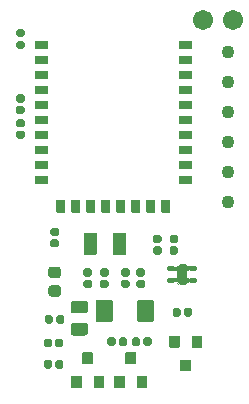
<source format=gbr>
G04 #@! TF.GenerationSoftware,KiCad,Pcbnew,(5.1.10)-1*
G04 #@! TF.CreationDate,2021-05-26T14:01:48+03:00*
G04 #@! TF.ProjectId,parasite,70617261-7369-4746-952e-6b696361645f,1.0.0*
G04 #@! TF.SameCoordinates,Original*
G04 #@! TF.FileFunction,Soldermask,Top*
G04 #@! TF.FilePolarity,Negative*
%FSLAX46Y46*%
G04 Gerber Fmt 4.6, Leading zero omitted, Abs format (unit mm)*
G04 Created by KiCad (PCBNEW (5.1.10)-1) date 2021-05-26 14:01:48*
%MOMM*%
%LPD*%
G01*
G04 APERTURE LIST*
%ADD10C,1.702000*%
%ADD11C,1.102000*%
%ADD12C,0.100000*%
G04 APERTURE END LIST*
D10*
X74560000Y-29050000D03*
X77100000Y-29050000D03*
G36*
G01*
X59310500Y-30471000D02*
X58889500Y-30471000D01*
G75*
G02*
X58729000Y-30310500I0J160500D01*
G01*
X58729000Y-29989500D01*
G75*
G02*
X58889500Y-29829000I160500J0D01*
G01*
X59310500Y-29829000D01*
G75*
G02*
X59471000Y-29989500I0J-160500D01*
G01*
X59471000Y-30310500D01*
G75*
G02*
X59310500Y-30471000I-160500J0D01*
G01*
G37*
G36*
G01*
X59310500Y-31491000D02*
X58889500Y-31491000D01*
G75*
G02*
X58729000Y-31330500I0J160500D01*
G01*
X58729000Y-31009500D01*
G75*
G02*
X58889500Y-30849000I160500J0D01*
G01*
X59310500Y-30849000D01*
G75*
G02*
X59471000Y-31009500I0J-160500D01*
G01*
X59471000Y-31330500D01*
G75*
G02*
X59310500Y-31491000I-160500J0D01*
G01*
G37*
G36*
G01*
X58902000Y-38424000D02*
X59298000Y-38424000D01*
G75*
G02*
X59471000Y-38597000I0J-173000D01*
G01*
X59471000Y-38943000D01*
G75*
G02*
X59298000Y-39116000I-173000J0D01*
G01*
X58902000Y-39116000D01*
G75*
G02*
X58729000Y-38943000I0J173000D01*
G01*
X58729000Y-38597000D01*
G75*
G02*
X58902000Y-38424000I173000J0D01*
G01*
G37*
G36*
G01*
X58902000Y-37454000D02*
X59298000Y-37454000D01*
G75*
G02*
X59471000Y-37627000I0J-173000D01*
G01*
X59471000Y-37973000D01*
G75*
G02*
X59298000Y-38146000I-173000J0D01*
G01*
X58902000Y-38146000D01*
G75*
G02*
X58729000Y-37973000I0J173000D01*
G01*
X58729000Y-37627000D01*
G75*
G02*
X58902000Y-37454000I173000J0D01*
G01*
G37*
G36*
G01*
X58902000Y-36324000D02*
X59298000Y-36324000D01*
G75*
G02*
X59471000Y-36497000I0J-173000D01*
G01*
X59471000Y-36843000D01*
G75*
G02*
X59298000Y-37016000I-173000J0D01*
G01*
X58902000Y-37016000D01*
G75*
G02*
X58729000Y-36843000I0J173000D01*
G01*
X58729000Y-36497000D01*
G75*
G02*
X58902000Y-36324000I173000J0D01*
G01*
G37*
G36*
G01*
X58902000Y-35354000D02*
X59298000Y-35354000D01*
G75*
G02*
X59471000Y-35527000I0J-173000D01*
G01*
X59471000Y-35873000D01*
G75*
G02*
X59298000Y-36046000I-173000J0D01*
G01*
X58902000Y-36046000D01*
G75*
G02*
X58729000Y-35873000I0J173000D01*
G01*
X58729000Y-35527000D01*
G75*
G02*
X58902000Y-35354000I173000J0D01*
G01*
G37*
G36*
G01*
X73201000Y-49949500D02*
X73201000Y-51250500D01*
G75*
G02*
X73000500Y-51451000I-200500J0D01*
G01*
X72599500Y-51451000D01*
G75*
G02*
X72399000Y-51250500I0J200500D01*
G01*
X72399000Y-49949500D01*
G75*
G02*
X72599500Y-49749000I200500J0D01*
G01*
X73000500Y-49749000D01*
G75*
G02*
X73201000Y-49949500I0J-200500D01*
G01*
G37*
G36*
G01*
X72201000Y-50987000D02*
X72201000Y-51213000D01*
G75*
G02*
X72088000Y-51326000I-113000J0D01*
G01*
X71662000Y-51326000D01*
G75*
G02*
X71549000Y-51213000I0J113000D01*
G01*
X71549000Y-50987000D01*
G75*
G02*
X71662000Y-50874000I113000J0D01*
G01*
X72088000Y-50874000D01*
G75*
G02*
X72201000Y-50987000I0J-113000D01*
G01*
G37*
G36*
G01*
X72201000Y-49987000D02*
X72201000Y-50213000D01*
G75*
G02*
X72088000Y-50326000I-113000J0D01*
G01*
X71662000Y-50326000D01*
G75*
G02*
X71549000Y-50213000I0J113000D01*
G01*
X71549000Y-49987000D01*
G75*
G02*
X71662000Y-49874000I113000J0D01*
G01*
X72088000Y-49874000D01*
G75*
G02*
X72201000Y-49987000I0J-113000D01*
G01*
G37*
G36*
G01*
X74051000Y-49987000D02*
X74051000Y-50213000D01*
G75*
G02*
X73938000Y-50326000I-113000J0D01*
G01*
X73512000Y-50326000D01*
G75*
G02*
X73399000Y-50213000I0J113000D01*
G01*
X73399000Y-49987000D01*
G75*
G02*
X73512000Y-49874000I113000J0D01*
G01*
X73938000Y-49874000D01*
G75*
G02*
X74051000Y-49987000I0J-113000D01*
G01*
G37*
G36*
G01*
X74051000Y-50987000D02*
X74051000Y-51213000D01*
G75*
G02*
X73938000Y-51326000I-113000J0D01*
G01*
X73512000Y-51326000D01*
G75*
G02*
X73399000Y-51213000I0J113000D01*
G01*
X73399000Y-50987000D01*
G75*
G02*
X73512000Y-50874000I113000J0D01*
G01*
X73938000Y-50874000D01*
G75*
G02*
X74051000Y-50987000I0J-113000D01*
G01*
G37*
G36*
G01*
X61381001Y-42976000D02*
X60380999Y-42976000D01*
G75*
G02*
X60330000Y-42925001I0J50999D01*
G01*
X60330000Y-42274999D01*
G75*
G02*
X60380999Y-42224000I50999J0D01*
G01*
X61381001Y-42224000D01*
G75*
G02*
X61432000Y-42274999I0J-50999D01*
G01*
X61432000Y-42925001D01*
G75*
G02*
X61381001Y-42976000I-50999J0D01*
G01*
G37*
G36*
G01*
X61381001Y-41706000D02*
X60380999Y-41706000D01*
G75*
G02*
X60330000Y-41655001I0J50999D01*
G01*
X60330000Y-41004999D01*
G75*
G02*
X60380999Y-40954000I50999J0D01*
G01*
X61381001Y-40954000D01*
G75*
G02*
X61432000Y-41004999I0J-50999D01*
G01*
X61432000Y-41655001D01*
G75*
G02*
X61381001Y-41706000I-50999J0D01*
G01*
G37*
G36*
G01*
X61381001Y-40436000D02*
X60380999Y-40436000D01*
G75*
G02*
X60330000Y-40385001I0J50999D01*
G01*
X60330000Y-39734999D01*
G75*
G02*
X60380999Y-39684000I50999J0D01*
G01*
X61381001Y-39684000D01*
G75*
G02*
X61432000Y-39734999I0J-50999D01*
G01*
X61432000Y-40385001D01*
G75*
G02*
X61381001Y-40436000I-50999J0D01*
G01*
G37*
G36*
G01*
X61381001Y-39166000D02*
X60380999Y-39166000D01*
G75*
G02*
X60330000Y-39115001I0J50999D01*
G01*
X60330000Y-38464999D01*
G75*
G02*
X60380999Y-38414000I50999J0D01*
G01*
X61381001Y-38414000D01*
G75*
G02*
X61432000Y-38464999I0J-50999D01*
G01*
X61432000Y-39115001D01*
G75*
G02*
X61381001Y-39166000I-50999J0D01*
G01*
G37*
G36*
G01*
X61381001Y-37896000D02*
X60380999Y-37896000D01*
G75*
G02*
X60330000Y-37845001I0J50999D01*
G01*
X60330000Y-37194999D01*
G75*
G02*
X60380999Y-37144000I50999J0D01*
G01*
X61381001Y-37144000D01*
G75*
G02*
X61432000Y-37194999I0J-50999D01*
G01*
X61432000Y-37845001D01*
G75*
G02*
X61381001Y-37896000I-50999J0D01*
G01*
G37*
G36*
G01*
X61381001Y-36626000D02*
X60380999Y-36626000D01*
G75*
G02*
X60330000Y-36575001I0J50999D01*
G01*
X60330000Y-35924999D01*
G75*
G02*
X60380999Y-35874000I50999J0D01*
G01*
X61381001Y-35874000D01*
G75*
G02*
X61432000Y-35924999I0J-50999D01*
G01*
X61432000Y-36575001D01*
G75*
G02*
X61381001Y-36626000I-50999J0D01*
G01*
G37*
G36*
G01*
X61381001Y-35356000D02*
X60380999Y-35356000D01*
G75*
G02*
X60330000Y-35305001I0J50999D01*
G01*
X60330000Y-34654999D01*
G75*
G02*
X60380999Y-34604000I50999J0D01*
G01*
X61381001Y-34604000D01*
G75*
G02*
X61432000Y-34654999I0J-50999D01*
G01*
X61432000Y-35305001D01*
G75*
G02*
X61381001Y-35356000I-50999J0D01*
G01*
G37*
G36*
G01*
X61381001Y-34086000D02*
X60380999Y-34086000D01*
G75*
G02*
X60330000Y-34035001I0J50999D01*
G01*
X60330000Y-33384999D01*
G75*
G02*
X60380999Y-33334000I50999J0D01*
G01*
X61381001Y-33334000D01*
G75*
G02*
X61432000Y-33384999I0J-50999D01*
G01*
X61432000Y-34035001D01*
G75*
G02*
X61381001Y-34086000I-50999J0D01*
G01*
G37*
G36*
G01*
X61381001Y-32816000D02*
X60380999Y-32816000D01*
G75*
G02*
X60330000Y-32765001I0J50999D01*
G01*
X60330000Y-32114999D01*
G75*
G02*
X60380999Y-32064000I50999J0D01*
G01*
X61381001Y-32064000D01*
G75*
G02*
X61432000Y-32114999I0J-50999D01*
G01*
X61432000Y-32765001D01*
G75*
G02*
X61381001Y-32816000I-50999J0D01*
G01*
G37*
G36*
G01*
X61381001Y-31546000D02*
X60380999Y-31546000D01*
G75*
G02*
X60330000Y-31495001I0J50999D01*
G01*
X60330000Y-30844999D01*
G75*
G02*
X60380999Y-30794000I50999J0D01*
G01*
X61381001Y-30794000D01*
G75*
G02*
X61432000Y-30844999I0J-50999D01*
G01*
X61432000Y-31495001D01*
G75*
G02*
X61381001Y-31546000I-50999J0D01*
G01*
G37*
G36*
G01*
X73619001Y-39166000D02*
X72618999Y-39166000D01*
G75*
G02*
X72568000Y-39115001I0J50999D01*
G01*
X72568000Y-38464999D01*
G75*
G02*
X72618999Y-38414000I50999J0D01*
G01*
X73619001Y-38414000D01*
G75*
G02*
X73670000Y-38464999I0J-50999D01*
G01*
X73670000Y-39115001D01*
G75*
G02*
X73619001Y-39166000I-50999J0D01*
G01*
G37*
G36*
G01*
X73619001Y-31546000D02*
X72618999Y-31546000D01*
G75*
G02*
X72568000Y-31495001I0J50999D01*
G01*
X72568000Y-30844999D01*
G75*
G02*
X72618999Y-30794000I50999J0D01*
G01*
X73619001Y-30794000D01*
G75*
G02*
X73670000Y-30844999I0J-50999D01*
G01*
X73670000Y-31495001D01*
G75*
G02*
X73619001Y-31546000I-50999J0D01*
G01*
G37*
G36*
G01*
X73619001Y-37896000D02*
X72618999Y-37896000D01*
G75*
G02*
X72568000Y-37845001I0J50999D01*
G01*
X72568000Y-37194999D01*
G75*
G02*
X72618999Y-37144000I50999J0D01*
G01*
X73619001Y-37144000D01*
G75*
G02*
X73670000Y-37194999I0J-50999D01*
G01*
X73670000Y-37845001D01*
G75*
G02*
X73619001Y-37896000I-50999J0D01*
G01*
G37*
G36*
G01*
X73619001Y-32816000D02*
X72618999Y-32816000D01*
G75*
G02*
X72568000Y-32765001I0J50999D01*
G01*
X72568000Y-32114999D01*
G75*
G02*
X72618999Y-32064000I50999J0D01*
G01*
X73619001Y-32064000D01*
G75*
G02*
X73670000Y-32114999I0J-50999D01*
G01*
X73670000Y-32765001D01*
G75*
G02*
X73619001Y-32816000I-50999J0D01*
G01*
G37*
G36*
G01*
X73619001Y-34086000D02*
X72618999Y-34086000D01*
G75*
G02*
X72568000Y-34035001I0J50999D01*
G01*
X72568000Y-33384999D01*
G75*
G02*
X72618999Y-33334000I50999J0D01*
G01*
X73619001Y-33334000D01*
G75*
G02*
X73670000Y-33384999I0J-50999D01*
G01*
X73670000Y-34035001D01*
G75*
G02*
X73619001Y-34086000I-50999J0D01*
G01*
G37*
G36*
G01*
X73619001Y-35356000D02*
X72618999Y-35356000D01*
G75*
G02*
X72568000Y-35305001I0J50999D01*
G01*
X72568000Y-34654999D01*
G75*
G02*
X72618999Y-34604000I50999J0D01*
G01*
X73619001Y-34604000D01*
G75*
G02*
X73670000Y-34654999I0J-50999D01*
G01*
X73670000Y-35305001D01*
G75*
G02*
X73619001Y-35356000I-50999J0D01*
G01*
G37*
G36*
G01*
X73619001Y-40436000D02*
X72618999Y-40436000D01*
G75*
G02*
X72568000Y-40385001I0J50999D01*
G01*
X72568000Y-39734999D01*
G75*
G02*
X72618999Y-39684000I50999J0D01*
G01*
X73619001Y-39684000D01*
G75*
G02*
X73670000Y-39734999I0J-50999D01*
G01*
X73670000Y-40385001D01*
G75*
G02*
X73619001Y-40436000I-50999J0D01*
G01*
G37*
G36*
G01*
X73619001Y-36626000D02*
X72618999Y-36626000D01*
G75*
G02*
X72568000Y-36575001I0J50999D01*
G01*
X72568000Y-35924999D01*
G75*
G02*
X72618999Y-35874000I50999J0D01*
G01*
X73619001Y-35874000D01*
G75*
G02*
X73670000Y-35924999I0J-50999D01*
G01*
X73670000Y-36575001D01*
G75*
G02*
X73619001Y-36626000I-50999J0D01*
G01*
G37*
G36*
G01*
X73619001Y-41706000D02*
X72618999Y-41706000D01*
G75*
G02*
X72568000Y-41655001I0J50999D01*
G01*
X72568000Y-41004999D01*
G75*
G02*
X72618999Y-40954000I50999J0D01*
G01*
X73619001Y-40954000D01*
G75*
G02*
X73670000Y-41004999I0J-50999D01*
G01*
X73670000Y-41655001D01*
G75*
G02*
X73619001Y-41706000I-50999J0D01*
G01*
G37*
G36*
G01*
X73619001Y-42976000D02*
X72618999Y-42976000D01*
G75*
G02*
X72568000Y-42925001I0J50999D01*
G01*
X72568000Y-42274999D01*
G75*
G02*
X72618999Y-42224000I50999J0D01*
G01*
X73619001Y-42224000D01*
G75*
G02*
X73670000Y-42274999I0J-50999D01*
G01*
X73670000Y-42925001D01*
G75*
G02*
X73619001Y-42976000I-50999J0D01*
G01*
G37*
G36*
G01*
X70526000Y-44318999D02*
X70526000Y-45319001D01*
G75*
G02*
X70475001Y-45370000I-50999J0D01*
G01*
X69824999Y-45370000D01*
G75*
G02*
X69774000Y-45319001I0J50999D01*
G01*
X69774000Y-44318999D01*
G75*
G02*
X69824999Y-44268000I50999J0D01*
G01*
X70475001Y-44268000D01*
G75*
G02*
X70526000Y-44318999I0J-50999D01*
G01*
G37*
G36*
G01*
X62906000Y-44318999D02*
X62906000Y-45319001D01*
G75*
G02*
X62855001Y-45370000I-50999J0D01*
G01*
X62204999Y-45370000D01*
G75*
G02*
X62154000Y-45319001I0J50999D01*
G01*
X62154000Y-44318999D01*
G75*
G02*
X62204999Y-44268000I50999J0D01*
G01*
X62855001Y-44268000D01*
G75*
G02*
X62906000Y-44318999I0J-50999D01*
G01*
G37*
G36*
G01*
X69256000Y-44318999D02*
X69256000Y-45319001D01*
G75*
G02*
X69205001Y-45370000I-50999J0D01*
G01*
X68554999Y-45370000D01*
G75*
G02*
X68504000Y-45319001I0J50999D01*
G01*
X68504000Y-44318999D01*
G75*
G02*
X68554999Y-44268000I50999J0D01*
G01*
X69205001Y-44268000D01*
G75*
G02*
X69256000Y-44318999I0J-50999D01*
G01*
G37*
G36*
G01*
X64176000Y-44318999D02*
X64176000Y-45319001D01*
G75*
G02*
X64125001Y-45370000I-50999J0D01*
G01*
X63474999Y-45370000D01*
G75*
G02*
X63424000Y-45319001I0J50999D01*
G01*
X63424000Y-44318999D01*
G75*
G02*
X63474999Y-44268000I50999J0D01*
G01*
X64125001Y-44268000D01*
G75*
G02*
X64176000Y-44318999I0J-50999D01*
G01*
G37*
G36*
G01*
X65446000Y-44318999D02*
X65446000Y-45319001D01*
G75*
G02*
X65395001Y-45370000I-50999J0D01*
G01*
X64744999Y-45370000D01*
G75*
G02*
X64694000Y-45319001I0J50999D01*
G01*
X64694000Y-44318999D01*
G75*
G02*
X64744999Y-44268000I50999J0D01*
G01*
X65395001Y-44268000D01*
G75*
G02*
X65446000Y-44318999I0J-50999D01*
G01*
G37*
G36*
G01*
X66716000Y-44318999D02*
X66716000Y-45319001D01*
G75*
G02*
X66665001Y-45370000I-50999J0D01*
G01*
X66014999Y-45370000D01*
G75*
G02*
X65964000Y-45319001I0J50999D01*
G01*
X65964000Y-44318999D01*
G75*
G02*
X66014999Y-44268000I50999J0D01*
G01*
X66665001Y-44268000D01*
G75*
G02*
X66716000Y-44318999I0J-50999D01*
G01*
G37*
G36*
G01*
X71796000Y-44318999D02*
X71796000Y-45319001D01*
G75*
G02*
X71745001Y-45370000I-50999J0D01*
G01*
X71094999Y-45370000D01*
G75*
G02*
X71044000Y-45319001I0J50999D01*
G01*
X71044000Y-44318999D01*
G75*
G02*
X71094999Y-44268000I50999J0D01*
G01*
X71745001Y-44268000D01*
G75*
G02*
X71796000Y-44318999I0J-50999D01*
G01*
G37*
G36*
G01*
X67986000Y-44318999D02*
X67986000Y-45319001D01*
G75*
G02*
X67935001Y-45370000I-50999J0D01*
G01*
X67284999Y-45370000D01*
G75*
G02*
X67234000Y-45319001I0J50999D01*
G01*
X67234000Y-44318999D01*
G75*
G02*
X67284999Y-44268000I50999J0D01*
G01*
X67935001Y-44268000D01*
G75*
G02*
X67986000Y-44318999I0J-50999D01*
G01*
G37*
G36*
G01*
X68051000Y-47100000D02*
X68051000Y-48900000D01*
G75*
G02*
X68000000Y-48951000I-51000J0D01*
G01*
X67000000Y-48951000D01*
G75*
G02*
X66949000Y-48900000I0J51000D01*
G01*
X66949000Y-47100000D01*
G75*
G02*
X67000000Y-47049000I51000J0D01*
G01*
X68000000Y-47049000D01*
G75*
G02*
X68051000Y-47100000I0J-51000D01*
G01*
G37*
G36*
G01*
X65551000Y-47100000D02*
X65551000Y-48900000D01*
G75*
G02*
X65500000Y-48951000I-51000J0D01*
G01*
X64500000Y-48951000D01*
G75*
G02*
X64449000Y-48900000I0J51000D01*
G01*
X64449000Y-47100000D01*
G75*
G02*
X64500000Y-47049000I51000J0D01*
G01*
X65500000Y-47049000D01*
G75*
G02*
X65551000Y-47100000I0J-51000D01*
G01*
G37*
G36*
G01*
X71902000Y-48224000D02*
X72298000Y-48224000D01*
G75*
G02*
X72471000Y-48397000I0J-173000D01*
G01*
X72471000Y-48743000D01*
G75*
G02*
X72298000Y-48916000I-173000J0D01*
G01*
X71902000Y-48916000D01*
G75*
G02*
X71729000Y-48743000I0J173000D01*
G01*
X71729000Y-48397000D01*
G75*
G02*
X71902000Y-48224000I173000J0D01*
G01*
G37*
G36*
G01*
X71902000Y-47254000D02*
X72298000Y-47254000D01*
G75*
G02*
X72471000Y-47427000I0J-173000D01*
G01*
X72471000Y-47773000D01*
G75*
G02*
X72298000Y-47946000I-173000J0D01*
G01*
X71902000Y-47946000D01*
G75*
G02*
X71729000Y-47773000I0J173000D01*
G01*
X71729000Y-47427000D01*
G75*
G02*
X71902000Y-47254000I173000J0D01*
G01*
G37*
G36*
G01*
X70898000Y-47946000D02*
X70502000Y-47946000D01*
G75*
G02*
X70329000Y-47773000I0J173000D01*
G01*
X70329000Y-47427000D01*
G75*
G02*
X70502000Y-47254000I173000J0D01*
G01*
X70898000Y-47254000D01*
G75*
G02*
X71071000Y-47427000I0J-173000D01*
G01*
X71071000Y-47773000D01*
G75*
G02*
X70898000Y-47946000I-173000J0D01*
G01*
G37*
G36*
G01*
X70898000Y-48916000D02*
X70502000Y-48916000D01*
G75*
G02*
X70329000Y-48743000I0J173000D01*
G01*
X70329000Y-48397000D01*
G75*
G02*
X70502000Y-48224000I173000J0D01*
G01*
X70898000Y-48224000D01*
G75*
G02*
X71071000Y-48397000I0J-173000D01*
G01*
X71071000Y-48743000D01*
G75*
G02*
X70898000Y-48916000I-173000J0D01*
G01*
G37*
G36*
G01*
X69498000Y-50776000D02*
X69102000Y-50776000D01*
G75*
G02*
X68929000Y-50603000I0J173000D01*
G01*
X68929000Y-50257000D01*
G75*
G02*
X69102000Y-50084000I173000J0D01*
G01*
X69498000Y-50084000D01*
G75*
G02*
X69671000Y-50257000I0J-173000D01*
G01*
X69671000Y-50603000D01*
G75*
G02*
X69498000Y-50776000I-173000J0D01*
G01*
G37*
G36*
G01*
X69498000Y-51746000D02*
X69102000Y-51746000D01*
G75*
G02*
X68929000Y-51573000I0J173000D01*
G01*
X68929000Y-51227000D01*
G75*
G02*
X69102000Y-51054000I173000J0D01*
G01*
X69498000Y-51054000D01*
G75*
G02*
X69671000Y-51227000I0J-173000D01*
G01*
X69671000Y-51573000D01*
G75*
G02*
X69498000Y-51746000I-173000J0D01*
G01*
G37*
G36*
G01*
X69524000Y-56498000D02*
X69524000Y-56102000D01*
G75*
G02*
X69697000Y-55929000I173000J0D01*
G01*
X70043000Y-55929000D01*
G75*
G02*
X70216000Y-56102000I0J-173000D01*
G01*
X70216000Y-56498000D01*
G75*
G02*
X70043000Y-56671000I-173000J0D01*
G01*
X69697000Y-56671000D01*
G75*
G02*
X69524000Y-56498000I0J173000D01*
G01*
G37*
G36*
G01*
X68554000Y-56498000D02*
X68554000Y-56102000D01*
G75*
G02*
X68727000Y-55929000I173000J0D01*
G01*
X69073000Y-55929000D01*
G75*
G02*
X69246000Y-56102000I0J-173000D01*
G01*
X69246000Y-56498000D01*
G75*
G02*
X69073000Y-56671000I-173000J0D01*
G01*
X68727000Y-56671000D01*
G75*
G02*
X68554000Y-56498000I0J173000D01*
G01*
G37*
G36*
G01*
X61776000Y-58002000D02*
X61776000Y-58398000D01*
G75*
G02*
X61603000Y-58571000I-173000J0D01*
G01*
X61257000Y-58571000D01*
G75*
G02*
X61084000Y-58398000I0J173000D01*
G01*
X61084000Y-58002000D01*
G75*
G02*
X61257000Y-57829000I173000J0D01*
G01*
X61603000Y-57829000D01*
G75*
G02*
X61776000Y-58002000I0J-173000D01*
G01*
G37*
G36*
G01*
X62746000Y-58002000D02*
X62746000Y-58398000D01*
G75*
G02*
X62573000Y-58571000I-173000J0D01*
G01*
X62227000Y-58571000D01*
G75*
G02*
X62054000Y-58398000I0J173000D01*
G01*
X62054000Y-58002000D01*
G75*
G02*
X62227000Y-57829000I173000J0D01*
G01*
X62573000Y-57829000D01*
G75*
G02*
X62746000Y-58002000I0J-173000D01*
G01*
G37*
G36*
G01*
X67439000Y-56498000D02*
X67439000Y-56102000D01*
G75*
G02*
X67612000Y-55929000I173000J0D01*
G01*
X67958000Y-55929000D01*
G75*
G02*
X68131000Y-56102000I0J-173000D01*
G01*
X68131000Y-56498000D01*
G75*
G02*
X67958000Y-56671000I-173000J0D01*
G01*
X67612000Y-56671000D01*
G75*
G02*
X67439000Y-56498000I0J173000D01*
G01*
G37*
G36*
G01*
X66469000Y-56498000D02*
X66469000Y-56102000D01*
G75*
G02*
X66642000Y-55929000I173000J0D01*
G01*
X66988000Y-55929000D01*
G75*
G02*
X67161000Y-56102000I0J-173000D01*
G01*
X67161000Y-56498000D01*
G75*
G02*
X66988000Y-56671000I-173000J0D01*
G01*
X66642000Y-56671000D01*
G75*
G02*
X66469000Y-56498000I0J173000D01*
G01*
G37*
G36*
G01*
X61802000Y-47624000D02*
X62198000Y-47624000D01*
G75*
G02*
X62371000Y-47797000I0J-173000D01*
G01*
X62371000Y-48143000D01*
G75*
G02*
X62198000Y-48316000I-173000J0D01*
G01*
X61802000Y-48316000D01*
G75*
G02*
X61629000Y-48143000I0J173000D01*
G01*
X61629000Y-47797000D01*
G75*
G02*
X61802000Y-47624000I173000J0D01*
G01*
G37*
G36*
G01*
X61802000Y-46654000D02*
X62198000Y-46654000D01*
G75*
G02*
X62371000Y-46827000I0J-173000D01*
G01*
X62371000Y-47173000D01*
G75*
G02*
X62198000Y-47346000I-173000J0D01*
G01*
X61802000Y-47346000D01*
G75*
G02*
X61629000Y-47173000I0J173000D01*
G01*
X61629000Y-46827000D01*
G75*
G02*
X61802000Y-46654000I173000J0D01*
G01*
G37*
G36*
G01*
X62139000Y-54598000D02*
X62139000Y-54202000D01*
G75*
G02*
X62312000Y-54029000I173000J0D01*
G01*
X62658000Y-54029000D01*
G75*
G02*
X62831000Y-54202000I0J-173000D01*
G01*
X62831000Y-54598000D01*
G75*
G02*
X62658000Y-54771000I-173000J0D01*
G01*
X62312000Y-54771000D01*
G75*
G02*
X62139000Y-54598000I0J173000D01*
G01*
G37*
G36*
G01*
X61169000Y-54598000D02*
X61169000Y-54202000D01*
G75*
G02*
X61342000Y-54029000I173000J0D01*
G01*
X61688000Y-54029000D01*
G75*
G02*
X61861000Y-54202000I0J-173000D01*
G01*
X61861000Y-54598000D01*
G75*
G02*
X61688000Y-54771000I-173000J0D01*
G01*
X61342000Y-54771000D01*
G75*
G02*
X61169000Y-54598000I0J173000D01*
G01*
G37*
G36*
G01*
X72700000Y-57799000D02*
X73500000Y-57799000D01*
G75*
G02*
X73551000Y-57850000I0J-51000D01*
G01*
X73551000Y-58750000D01*
G75*
G02*
X73500000Y-58801000I-51000J0D01*
G01*
X72700000Y-58801000D01*
G75*
G02*
X72649000Y-58750000I0J51000D01*
G01*
X72649000Y-57850000D01*
G75*
G02*
X72700000Y-57799000I51000J0D01*
G01*
G37*
G36*
G01*
X71750000Y-55799000D02*
X72550000Y-55799000D01*
G75*
G02*
X72601000Y-55850000I0J-51000D01*
G01*
X72601000Y-56750000D01*
G75*
G02*
X72550000Y-56801000I-51000J0D01*
G01*
X71750000Y-56801000D01*
G75*
G02*
X71699000Y-56750000I0J51000D01*
G01*
X71699000Y-55850000D01*
G75*
G02*
X71750000Y-55799000I51000J0D01*
G01*
G37*
G36*
G01*
X73650000Y-55799000D02*
X74450000Y-55799000D01*
G75*
G02*
X74501000Y-55850000I0J-51000D01*
G01*
X74501000Y-56750000D01*
G75*
G02*
X74450000Y-56801000I-51000J0D01*
G01*
X73650000Y-56801000D01*
G75*
G02*
X73599000Y-56750000I0J51000D01*
G01*
X73599000Y-55850000D01*
G75*
G02*
X73650000Y-55799000I51000J0D01*
G01*
G37*
G36*
G01*
X62281750Y-50913500D02*
X61718250Y-50913500D01*
G75*
G02*
X61474000Y-50669250I0J244250D01*
G01*
X61474000Y-50180750D01*
G75*
G02*
X61718250Y-49936500I244250J0D01*
G01*
X62281750Y-49936500D01*
G75*
G02*
X62526000Y-50180750I0J-244250D01*
G01*
X62526000Y-50669250D01*
G75*
G02*
X62281750Y-50913500I-244250J0D01*
G01*
G37*
G36*
G01*
X62281750Y-52488500D02*
X61718250Y-52488500D01*
G75*
G02*
X61474000Y-52244250I0J244250D01*
G01*
X61474000Y-51755750D01*
G75*
G02*
X61718250Y-51511500I244250J0D01*
G01*
X62281750Y-51511500D01*
G75*
G02*
X62526000Y-51755750I0J-244250D01*
G01*
X62526000Y-52244250D01*
G75*
G02*
X62281750Y-52488500I-244250J0D01*
G01*
G37*
G36*
G01*
X61776000Y-56202000D02*
X61776000Y-56598000D01*
G75*
G02*
X61603000Y-56771000I-173000J0D01*
G01*
X61257000Y-56771000D01*
G75*
G02*
X61084000Y-56598000I0J173000D01*
G01*
X61084000Y-56202000D01*
G75*
G02*
X61257000Y-56029000I173000J0D01*
G01*
X61603000Y-56029000D01*
G75*
G02*
X61776000Y-56202000I0J-173000D01*
G01*
G37*
G36*
G01*
X62746000Y-56202000D02*
X62746000Y-56598000D01*
G75*
G02*
X62573000Y-56771000I-173000J0D01*
G01*
X62227000Y-56771000D01*
G75*
G02*
X62054000Y-56598000I0J173000D01*
G01*
X62054000Y-56202000D01*
G75*
G02*
X62227000Y-56029000I173000J0D01*
G01*
X62573000Y-56029000D01*
G75*
G02*
X62746000Y-56202000I0J-173000D01*
G01*
G37*
G36*
G01*
X66398000Y-50776000D02*
X66002000Y-50776000D01*
G75*
G02*
X65829000Y-50603000I0J173000D01*
G01*
X65829000Y-50257000D01*
G75*
G02*
X66002000Y-50084000I173000J0D01*
G01*
X66398000Y-50084000D01*
G75*
G02*
X66571000Y-50257000I0J-173000D01*
G01*
X66571000Y-50603000D01*
G75*
G02*
X66398000Y-50776000I-173000J0D01*
G01*
G37*
G36*
G01*
X66398000Y-51746000D02*
X66002000Y-51746000D01*
G75*
G02*
X65829000Y-51573000I0J173000D01*
G01*
X65829000Y-51227000D01*
G75*
G02*
X66002000Y-51054000I173000J0D01*
G01*
X66398000Y-51054000D01*
G75*
G02*
X66571000Y-51227000I0J-173000D01*
G01*
X66571000Y-51573000D01*
G75*
G02*
X66398000Y-51746000I-173000J0D01*
G01*
G37*
G36*
G01*
X64602000Y-51054000D02*
X64998000Y-51054000D01*
G75*
G02*
X65171000Y-51227000I0J-173000D01*
G01*
X65171000Y-51573000D01*
G75*
G02*
X64998000Y-51746000I-173000J0D01*
G01*
X64602000Y-51746000D01*
G75*
G02*
X64429000Y-51573000I0J173000D01*
G01*
X64429000Y-51227000D01*
G75*
G02*
X64602000Y-51054000I173000J0D01*
G01*
G37*
G36*
G01*
X64602000Y-50084000D02*
X64998000Y-50084000D01*
G75*
G02*
X65171000Y-50257000I0J-173000D01*
G01*
X65171000Y-50603000D01*
G75*
G02*
X64998000Y-50776000I-173000J0D01*
G01*
X64602000Y-50776000D01*
G75*
G02*
X64429000Y-50603000I0J173000D01*
G01*
X64429000Y-50257000D01*
G75*
G02*
X64602000Y-50084000I173000J0D01*
G01*
G37*
G36*
G01*
X72676000Y-53602000D02*
X72676000Y-53998000D01*
G75*
G02*
X72503000Y-54171000I-173000J0D01*
G01*
X72157000Y-54171000D01*
G75*
G02*
X71984000Y-53998000I0J173000D01*
G01*
X71984000Y-53602000D01*
G75*
G02*
X72157000Y-53429000I173000J0D01*
G01*
X72503000Y-53429000D01*
G75*
G02*
X72676000Y-53602000I0J-173000D01*
G01*
G37*
G36*
G01*
X73646000Y-53602000D02*
X73646000Y-53998000D01*
G75*
G02*
X73473000Y-54171000I-173000J0D01*
G01*
X73127000Y-54171000D01*
G75*
G02*
X72954000Y-53998000I0J173000D01*
G01*
X72954000Y-53602000D01*
G75*
G02*
X73127000Y-53429000I173000J0D01*
G01*
X73473000Y-53429000D01*
G75*
G02*
X73646000Y-53602000I0J-173000D01*
G01*
G37*
G36*
G01*
X68198000Y-50776000D02*
X67802000Y-50776000D01*
G75*
G02*
X67629000Y-50603000I0J173000D01*
G01*
X67629000Y-50257000D01*
G75*
G02*
X67802000Y-50084000I173000J0D01*
G01*
X68198000Y-50084000D01*
G75*
G02*
X68371000Y-50257000I0J-173000D01*
G01*
X68371000Y-50603000D01*
G75*
G02*
X68198000Y-50776000I-173000J0D01*
G01*
G37*
G36*
G01*
X68198000Y-51746000D02*
X67802000Y-51746000D01*
G75*
G02*
X67629000Y-51573000I0J173000D01*
G01*
X67629000Y-51227000D01*
G75*
G02*
X67802000Y-51054000I173000J0D01*
G01*
X68198000Y-51054000D01*
G75*
G02*
X68371000Y-51227000I0J-173000D01*
G01*
X68371000Y-51573000D01*
G75*
G02*
X68198000Y-51746000I-173000J0D01*
G01*
G37*
D11*
X76640000Y-34340000D03*
X76640000Y-41960000D03*
X76640000Y-44500000D03*
X76640000Y-39420000D03*
X76640000Y-36880000D03*
G36*
G01*
X68850000Y-58201000D02*
X68050000Y-58201000D01*
G75*
G02*
X67999000Y-58150000I0J51000D01*
G01*
X67999000Y-57250000D01*
G75*
G02*
X68050000Y-57199000I51000J0D01*
G01*
X68850000Y-57199000D01*
G75*
G02*
X68901000Y-57250000I0J-51000D01*
G01*
X68901000Y-58150000D01*
G75*
G02*
X68850000Y-58201000I-51000J0D01*
G01*
G37*
G36*
G01*
X69800000Y-60201000D02*
X69000000Y-60201000D01*
G75*
G02*
X68949000Y-60150000I0J51000D01*
G01*
X68949000Y-59250000D01*
G75*
G02*
X69000000Y-59199000I51000J0D01*
G01*
X69800000Y-59199000D01*
G75*
G02*
X69851000Y-59250000I0J-51000D01*
G01*
X69851000Y-60150000D01*
G75*
G02*
X69800000Y-60201000I-51000J0D01*
G01*
G37*
G36*
G01*
X67900000Y-60201000D02*
X67100000Y-60201000D01*
G75*
G02*
X67049000Y-60150000I0J51000D01*
G01*
X67049000Y-59250000D01*
G75*
G02*
X67100000Y-59199000I51000J0D01*
G01*
X67900000Y-59199000D01*
G75*
G02*
X67951000Y-59250000I0J-51000D01*
G01*
X67951000Y-60150000D01*
G75*
G02*
X67900000Y-60201000I-51000J0D01*
G01*
G37*
G36*
G01*
X65200000Y-58201000D02*
X64400000Y-58201000D01*
G75*
G02*
X64349000Y-58150000I0J51000D01*
G01*
X64349000Y-57250000D01*
G75*
G02*
X64400000Y-57199000I51000J0D01*
G01*
X65200000Y-57199000D01*
G75*
G02*
X65251000Y-57250000I0J-51000D01*
G01*
X65251000Y-58150000D01*
G75*
G02*
X65200000Y-58201000I-51000J0D01*
G01*
G37*
G36*
G01*
X66150000Y-60201000D02*
X65350000Y-60201000D01*
G75*
G02*
X65299000Y-60150000I0J51000D01*
G01*
X65299000Y-59250000D01*
G75*
G02*
X65350000Y-59199000I51000J0D01*
G01*
X66150000Y-59199000D01*
G75*
G02*
X66201000Y-59250000I0J-51000D01*
G01*
X66201000Y-60150000D01*
G75*
G02*
X66150000Y-60201000I-51000J0D01*
G01*
G37*
G36*
G01*
X64250000Y-60201000D02*
X63450000Y-60201000D01*
G75*
G02*
X63399000Y-60150000I0J51000D01*
G01*
X63399000Y-59250000D01*
G75*
G02*
X63450000Y-59199000I51000J0D01*
G01*
X64250000Y-59199000D01*
G75*
G02*
X64301000Y-59250000I0J-51000D01*
G01*
X64301000Y-60150000D01*
G75*
G02*
X64250000Y-60201000I-51000J0D01*
G01*
G37*
G36*
G01*
X64581750Y-53901000D02*
X63618250Y-53901000D01*
G75*
G02*
X63349000Y-53631750I0J269250D01*
G01*
X63349000Y-53093250D01*
G75*
G02*
X63618250Y-52824000I269250J0D01*
G01*
X64581750Y-52824000D01*
G75*
G02*
X64851000Y-53093250I0J-269250D01*
G01*
X64851000Y-53631750D01*
G75*
G02*
X64581750Y-53901000I-269250J0D01*
G01*
G37*
G36*
G01*
X64581750Y-55776000D02*
X63618250Y-55776000D01*
G75*
G02*
X63349000Y-55506750I0J269250D01*
G01*
X63349000Y-54968250D01*
G75*
G02*
X63618250Y-54699000I269250J0D01*
G01*
X64581750Y-54699000D01*
G75*
G02*
X64851000Y-54968250I0J-269250D01*
G01*
X64851000Y-55506750D01*
G75*
G02*
X64581750Y-55776000I-269250J0D01*
G01*
G37*
G36*
G01*
X70401000Y-52850000D02*
X70401000Y-54550000D01*
G75*
G02*
X70350000Y-54601000I-51000J0D01*
G01*
X69050000Y-54601000D01*
G75*
G02*
X68999000Y-54550000I0J51000D01*
G01*
X68999000Y-52850000D01*
G75*
G02*
X69050000Y-52799000I51000J0D01*
G01*
X70350000Y-52799000D01*
G75*
G02*
X70401000Y-52850000I0J-51000D01*
G01*
G37*
G36*
G01*
X66901000Y-52850000D02*
X66901000Y-54550000D01*
G75*
G02*
X66850000Y-54601000I-51000J0D01*
G01*
X65550000Y-54601000D01*
G75*
G02*
X65499000Y-54550000I0J51000D01*
G01*
X65499000Y-52850000D01*
G75*
G02*
X65550000Y-52799000I51000J0D01*
G01*
X66850000Y-52799000D01*
G75*
G02*
X66901000Y-52850000I0J-51000D01*
G01*
G37*
X76640000Y-31800000D03*
D12*
G36*
X73202990Y-50799718D02*
G01*
X73205372Y-50823905D01*
X73212372Y-50846980D01*
X73223737Y-50868244D01*
X73239032Y-50886881D01*
X73257669Y-50902176D01*
X73278933Y-50913541D01*
X73302008Y-50920541D01*
X73325999Y-50922904D01*
X73349990Y-50920541D01*
X73373020Y-50913555D01*
X73404138Y-50894904D01*
X73420510Y-50881468D01*
X73420836Y-50881250D01*
X73429462Y-50876639D01*
X73429824Y-50876489D01*
X73439187Y-50873649D01*
X73439572Y-50873573D01*
X73455444Y-50872010D01*
X73455640Y-50872000D01*
X73512000Y-50872000D01*
X73513732Y-50873000D01*
X73513732Y-50875000D01*
X73512196Y-50875990D01*
X73490350Y-50878141D01*
X73469526Y-50884459D01*
X73450337Y-50894715D01*
X73433518Y-50908518D01*
X73419715Y-50925337D01*
X73409459Y-50944526D01*
X73403141Y-50965350D01*
X73401000Y-50987094D01*
X73401000Y-51212906D01*
X73403141Y-51234650D01*
X73409459Y-51255474D01*
X73419715Y-51274663D01*
X73433518Y-51291482D01*
X73450337Y-51305285D01*
X73469526Y-51315541D01*
X73490350Y-51321859D01*
X73512196Y-51324010D01*
X73513822Y-51325175D01*
X73513626Y-51327165D01*
X73512000Y-51328000D01*
X73455640Y-51328000D01*
X73455444Y-51327990D01*
X73439572Y-51326427D01*
X73439187Y-51326351D01*
X73429824Y-51323511D01*
X73429462Y-51323361D01*
X73420833Y-51318748D01*
X73420507Y-51318530D01*
X73412950Y-51312329D01*
X73412673Y-51312052D01*
X73409472Y-51308151D01*
X73392358Y-51291037D01*
X73372311Y-51277642D01*
X73350037Y-51268416D01*
X73326387Y-51263711D01*
X73302281Y-51263711D01*
X73278630Y-51268415D01*
X73256357Y-51277641D01*
X73236309Y-51291036D01*
X73219262Y-51308083D01*
X73205867Y-51328130D01*
X73196603Y-51350493D01*
X73191850Y-51366159D01*
X73191700Y-51366521D01*
X73179003Y-51390276D01*
X73178785Y-51390602D01*
X73161699Y-51411422D01*
X73161422Y-51411699D01*
X73140602Y-51428785D01*
X73140276Y-51429003D01*
X73116522Y-51441700D01*
X73116160Y-51441850D01*
X73090383Y-51449670D01*
X73089998Y-51449746D01*
X73057058Y-51452990D01*
X73056862Y-51453000D01*
X73000500Y-51453000D01*
X72998768Y-51452000D01*
X72998768Y-51450000D01*
X73000304Y-51449010D01*
X73039221Y-51445177D01*
X73076459Y-51433881D01*
X73110776Y-51415539D01*
X73140854Y-51390854D01*
X73165539Y-51360776D01*
X73183881Y-51326459D01*
X73195177Y-51289221D01*
X73199000Y-51250406D01*
X73199000Y-50799914D01*
X73200000Y-50798182D01*
X73202000Y-50798182D01*
X73202990Y-50799718D01*
G37*
G36*
X72400243Y-50798347D02*
G01*
X72401000Y-50799914D01*
X72401000Y-51250406D01*
X72404823Y-51289221D01*
X72416119Y-51326459D01*
X72434461Y-51360776D01*
X72459146Y-51390854D01*
X72489224Y-51415539D01*
X72523541Y-51433881D01*
X72560779Y-51445177D01*
X72599696Y-51449010D01*
X72601322Y-51450175D01*
X72601126Y-51452165D01*
X72599500Y-51453000D01*
X72543138Y-51453000D01*
X72542942Y-51452990D01*
X72510002Y-51449746D01*
X72509617Y-51449670D01*
X72483840Y-51441850D01*
X72483478Y-51441700D01*
X72459724Y-51429003D01*
X72459398Y-51428785D01*
X72438578Y-51411699D01*
X72438301Y-51411422D01*
X72421215Y-51390602D01*
X72420997Y-51390276D01*
X72408300Y-51366521D01*
X72408150Y-51366159D01*
X72403397Y-51350493D01*
X72394132Y-51328128D01*
X72380737Y-51308081D01*
X72363689Y-51291035D01*
X72343641Y-51277640D01*
X72321367Y-51268415D01*
X72297717Y-51263711D01*
X72273611Y-51263711D01*
X72249961Y-51268416D01*
X72227687Y-51277643D01*
X72207640Y-51291038D01*
X72190528Y-51308151D01*
X72187327Y-51312052D01*
X72187050Y-51312329D01*
X72179493Y-51318530D01*
X72179167Y-51318748D01*
X72170538Y-51323361D01*
X72170176Y-51323511D01*
X72160813Y-51326351D01*
X72160428Y-51326427D01*
X72144556Y-51327990D01*
X72144360Y-51328000D01*
X72088000Y-51328000D01*
X72086268Y-51327000D01*
X72086268Y-51325000D01*
X72087804Y-51324010D01*
X72109650Y-51321859D01*
X72130474Y-51315541D01*
X72149663Y-51305285D01*
X72166482Y-51291482D01*
X72180285Y-51274663D01*
X72190541Y-51255474D01*
X72196859Y-51234650D01*
X72199000Y-51212906D01*
X72199000Y-50987094D01*
X72196859Y-50965350D01*
X72190541Y-50944526D01*
X72180285Y-50925337D01*
X72166482Y-50908518D01*
X72149663Y-50894715D01*
X72130474Y-50884459D01*
X72109650Y-50878141D01*
X72087804Y-50875990D01*
X72086178Y-50874825D01*
X72086374Y-50872835D01*
X72088000Y-50872000D01*
X72144360Y-50872000D01*
X72144556Y-50872010D01*
X72160428Y-50873573D01*
X72160813Y-50873649D01*
X72170176Y-50876489D01*
X72170538Y-50876639D01*
X72179164Y-50881250D01*
X72179490Y-50881468D01*
X72195898Y-50894933D01*
X72216026Y-50908381D01*
X72238300Y-50917607D01*
X72261950Y-50922311D01*
X72286056Y-50922311D01*
X72309707Y-50917606D01*
X72331980Y-50908379D01*
X72352027Y-50894984D01*
X72369074Y-50877937D01*
X72382468Y-50857889D01*
X72391677Y-50835658D01*
X72397022Y-50799621D01*
X72398265Y-50798054D01*
X72400243Y-50798347D01*
G37*
G36*
X73057058Y-49747010D02*
G01*
X73089998Y-49750254D01*
X73090383Y-49750330D01*
X73116160Y-49758150D01*
X73116522Y-49758300D01*
X73140276Y-49770997D01*
X73140602Y-49771215D01*
X73161422Y-49788301D01*
X73161699Y-49788578D01*
X73178785Y-49809398D01*
X73179003Y-49809724D01*
X73191700Y-49833479D01*
X73191850Y-49833841D01*
X73196603Y-49849507D01*
X73205868Y-49871872D01*
X73219263Y-49891919D01*
X73236311Y-49908965D01*
X73256359Y-49922360D01*
X73278633Y-49931585D01*
X73302283Y-49936289D01*
X73326389Y-49936289D01*
X73350039Y-49931584D01*
X73372313Y-49922357D01*
X73392360Y-49908962D01*
X73409472Y-49891849D01*
X73412673Y-49887948D01*
X73412950Y-49887671D01*
X73420507Y-49881470D01*
X73420833Y-49881252D01*
X73429462Y-49876639D01*
X73429824Y-49876489D01*
X73439187Y-49873649D01*
X73439572Y-49873573D01*
X73455444Y-49872010D01*
X73455640Y-49872000D01*
X73512000Y-49872000D01*
X73513732Y-49873000D01*
X73513732Y-49875000D01*
X73512196Y-49875990D01*
X73490350Y-49878141D01*
X73469526Y-49884459D01*
X73450337Y-49894715D01*
X73433518Y-49908518D01*
X73419715Y-49925337D01*
X73409459Y-49944526D01*
X73403141Y-49965350D01*
X73401000Y-49987094D01*
X73401000Y-50212906D01*
X73403141Y-50234650D01*
X73409459Y-50255474D01*
X73419715Y-50274663D01*
X73433518Y-50291482D01*
X73450337Y-50305285D01*
X73469526Y-50315541D01*
X73490350Y-50321859D01*
X73512196Y-50324010D01*
X73513822Y-50325175D01*
X73513626Y-50327165D01*
X73512000Y-50328000D01*
X73455640Y-50328000D01*
X73455444Y-50327990D01*
X73439572Y-50326427D01*
X73439187Y-50326351D01*
X73429824Y-50323511D01*
X73429462Y-50323361D01*
X73420836Y-50318750D01*
X73420510Y-50318532D01*
X73404102Y-50305067D01*
X73383974Y-50291619D01*
X73361700Y-50282393D01*
X73338050Y-50277689D01*
X73313944Y-50277689D01*
X73290293Y-50282394D01*
X73268020Y-50291621D01*
X73247973Y-50305016D01*
X73230926Y-50322063D01*
X73217532Y-50342111D01*
X73208323Y-50364342D01*
X73202978Y-50400379D01*
X73201735Y-50401946D01*
X73199757Y-50401653D01*
X73199000Y-50400086D01*
X73199000Y-49949594D01*
X73195177Y-49910779D01*
X73183881Y-49873541D01*
X73165539Y-49839224D01*
X73140854Y-49809146D01*
X73110776Y-49784461D01*
X73076459Y-49766119D01*
X73039221Y-49754823D01*
X73000304Y-49750990D01*
X72998678Y-49749825D01*
X72998874Y-49747835D01*
X73000500Y-49747000D01*
X73056862Y-49747000D01*
X73057058Y-49747010D01*
G37*
G36*
X72601232Y-49748000D02*
G01*
X72601232Y-49750000D01*
X72599696Y-49750990D01*
X72560779Y-49754823D01*
X72523541Y-49766119D01*
X72489224Y-49784461D01*
X72459146Y-49809146D01*
X72434461Y-49839224D01*
X72416119Y-49873541D01*
X72404823Y-49910779D01*
X72401000Y-49949594D01*
X72401000Y-50400086D01*
X72400000Y-50401818D01*
X72398000Y-50401818D01*
X72397010Y-50400282D01*
X72394628Y-50376095D01*
X72387628Y-50353020D01*
X72376263Y-50331756D01*
X72360968Y-50313119D01*
X72342331Y-50297824D01*
X72321067Y-50286459D01*
X72297992Y-50279459D01*
X72274001Y-50277096D01*
X72250010Y-50279459D01*
X72226980Y-50286445D01*
X72195862Y-50305096D01*
X72179490Y-50318532D01*
X72179164Y-50318750D01*
X72170538Y-50323361D01*
X72170176Y-50323511D01*
X72160813Y-50326351D01*
X72160428Y-50326427D01*
X72144556Y-50327990D01*
X72144360Y-50328000D01*
X72088000Y-50328000D01*
X72086268Y-50327000D01*
X72086268Y-50325000D01*
X72087804Y-50324010D01*
X72109650Y-50321859D01*
X72130474Y-50315541D01*
X72149663Y-50305285D01*
X72166482Y-50291482D01*
X72180285Y-50274663D01*
X72190541Y-50255474D01*
X72196859Y-50234650D01*
X72199000Y-50212906D01*
X72199000Y-49987094D01*
X72196859Y-49965350D01*
X72190541Y-49944526D01*
X72180285Y-49925337D01*
X72166482Y-49908518D01*
X72149663Y-49894715D01*
X72130474Y-49884459D01*
X72109650Y-49878141D01*
X72087804Y-49875990D01*
X72086178Y-49874825D01*
X72086374Y-49872835D01*
X72088000Y-49872000D01*
X72144360Y-49872000D01*
X72144556Y-49872010D01*
X72160428Y-49873573D01*
X72160813Y-49873649D01*
X72170176Y-49876489D01*
X72170538Y-49876639D01*
X72179167Y-49881252D01*
X72179493Y-49881470D01*
X72187050Y-49887671D01*
X72187327Y-49887948D01*
X72190528Y-49891849D01*
X72207642Y-49908963D01*
X72227689Y-49922358D01*
X72249963Y-49931584D01*
X72273613Y-49936289D01*
X72297719Y-49936289D01*
X72321370Y-49931585D01*
X72343643Y-49922359D01*
X72363691Y-49908964D01*
X72380738Y-49891917D01*
X72394133Y-49871870D01*
X72403397Y-49849507D01*
X72408150Y-49833841D01*
X72408300Y-49833479D01*
X72420997Y-49809724D01*
X72421215Y-49809398D01*
X72438301Y-49788578D01*
X72438578Y-49788301D01*
X72459398Y-49771215D01*
X72459724Y-49770997D01*
X72483478Y-49758300D01*
X72483840Y-49758150D01*
X72509617Y-49750330D01*
X72510002Y-49750254D01*
X72542942Y-49747010D01*
X72543138Y-49747000D01*
X72599500Y-49747000D01*
X72601232Y-49748000D01*
G37*
M02*

</source>
